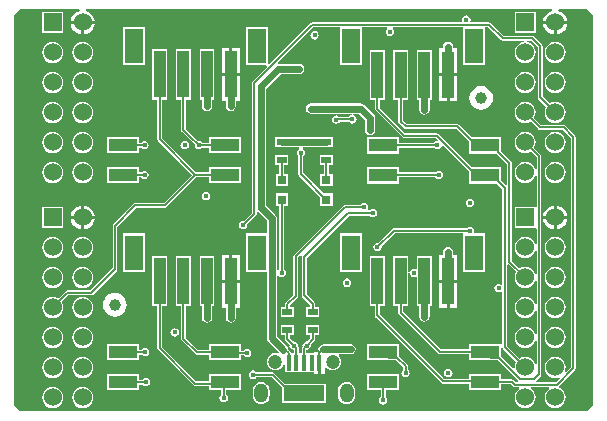
<source format=gtl>
G04*
G04 #@! TF.GenerationSoftware,Altium Limited,Altium Designer,21.4.1 (30)*
G04*
G04 Layer_Physical_Order=1*
G04 Layer_Color=255*
%FSLAX44Y44*%
%MOMM*%
G71*
G04*
G04 #@! TF.SameCoordinates,D9E7D647-E61C-487C-AA5F-480CAE51DE59*
G04*
G04*
G04 #@! TF.FilePolarity,Positive*
G04*
G01*
G75*
%ADD18R,0.9000X0.6000*%
%ADD19R,3.4000X1.3500*%
%ADD20R,0.4000X1.3500*%
%ADD21R,2.4400X1.1300*%
%ADD22R,1.0000X4.0000*%
%ADD23R,1.6000X3.0000*%
%ADD36R,0.8000X0.8000*%
%ADD37C,1.0000*%
%ADD38C,0.1500*%
%ADD39C,0.6000*%
G04:AMPARAMS|DCode=40|XSize=1.2mm|YSize=1.6mm|CornerRadius=0.6mm|HoleSize=0mm|Usage=FLASHONLY|Rotation=180.000|XOffset=0mm|YOffset=0mm|HoleType=Round|Shape=RoundedRectangle|*
%AMROUNDEDRECTD40*
21,1,1.2000,0.4000,0,0,180.0*
21,1,0.0000,1.6000,0,0,180.0*
1,1,1.2000,0.0000,0.2000*
1,1,1.2000,0.0000,0.2000*
1,1,1.2000,0.0000,-0.2000*
1,1,1.2000,0.0000,-0.2000*
%
%ADD40ROUNDEDRECTD40*%
%ADD41C,1.2000*%
%ADD42C,1.5240*%
%ADD43R,1.5240X1.5240*%
%ADD44C,0.4500*%
G36*
X495000Y340000D02*
Y10000D01*
X490000Y5000D01*
Y5000D01*
X10000D01*
X5000Y10000D01*
Y340000D01*
X10000Y345000D01*
X59882D01*
X60148Y343798D01*
X57676Y342775D01*
X55554Y341146D01*
X53925Y339024D01*
X52901Y336552D01*
X52719Y335170D01*
X62800D01*
X72880D01*
X72698Y336552D01*
X71675Y339024D01*
X70046Y341146D01*
X67924Y342775D01*
X65452Y343798D01*
X65718Y345000D01*
X459882D01*
X460148Y343798D01*
X457676Y342775D01*
X455554Y341146D01*
X453925Y339024D01*
X452902Y336552D01*
X452720Y335170D01*
X462800D01*
X472881D01*
X472699Y336552D01*
X471675Y339024D01*
X470046Y341146D01*
X467924Y342775D01*
X465452Y343798D01*
X465718Y345000D01*
X490000D01*
X495000Y340000D01*
D02*
G37*
%LPC*%
G36*
X446270Y342770D02*
X428530D01*
Y325030D01*
X446270D01*
Y342770D01*
D02*
G37*
G36*
X46270D02*
X28530D01*
Y325030D01*
X46270D01*
Y342770D01*
D02*
G37*
G36*
X472881Y332630D02*
X464070D01*
Y323820D01*
X465452Y324002D01*
X467924Y325025D01*
X470046Y326654D01*
X471675Y328776D01*
X472699Y331248D01*
X472881Y332630D01*
D02*
G37*
G36*
X72880D02*
X64070D01*
Y323820D01*
X65452Y324002D01*
X67924Y325025D01*
X70046Y326654D01*
X71675Y328776D01*
X72698Y331248D01*
X72880Y332630D01*
D02*
G37*
G36*
X461530D02*
X452720D01*
X452902Y331248D01*
X453925Y328776D01*
X455554Y326654D01*
X457676Y325025D01*
X460148Y324002D01*
X461530Y323820D01*
Y332630D01*
D02*
G37*
G36*
X61530D02*
X52719D01*
X52901Y331248D01*
X53925Y328776D01*
X55554Y326654D01*
X57676Y325025D01*
X60148Y324002D01*
X61530Y323820D01*
Y332630D01*
D02*
G37*
G36*
X259100Y326569D02*
X257734Y326297D01*
X256577Y325523D01*
X255803Y324366D01*
X255531Y323000D01*
X255803Y321634D01*
X256577Y320477D01*
X257734Y319703D01*
X259100Y319431D01*
X260466Y319703D01*
X261623Y320477D01*
X262397Y321634D01*
X262669Y323000D01*
X262397Y324366D01*
X261623Y325523D01*
X260466Y326297D01*
X259100Y326569D01*
D02*
G37*
G36*
X462800Y317446D02*
X460485Y317142D01*
X458327Y316248D01*
X456474Y314826D01*
X455052Y312973D01*
X454158Y310816D01*
X453854Y308500D01*
X454158Y306185D01*
X455052Y304027D01*
X456474Y302174D01*
X458327Y300752D01*
X460485Y299858D01*
X462800Y299554D01*
X465116Y299858D01*
X467273Y300752D01*
X469126Y302174D01*
X470548Y304027D01*
X471442Y306185D01*
X471747Y308500D01*
X471442Y310816D01*
X470548Y312973D01*
X469126Y314826D01*
X467273Y316248D01*
X465116Y317142D01*
X462800Y317446D01*
D02*
G37*
G36*
X62800D02*
X60484Y317142D01*
X58327Y316248D01*
X56474Y314826D01*
X55052Y312973D01*
X54158Y310816D01*
X53853Y308500D01*
X54158Y306185D01*
X55052Y304027D01*
X56474Y302174D01*
X58327Y300752D01*
X60484Y299858D01*
X62800Y299554D01*
X65115Y299858D01*
X67273Y300752D01*
X69126Y302174D01*
X70548Y304027D01*
X71442Y306185D01*
X71746Y308500D01*
X71442Y310816D01*
X70548Y312973D01*
X69126Y314826D01*
X67273Y316248D01*
X65115Y317142D01*
X62800Y317446D01*
D02*
G37*
G36*
X37400D02*
X35084Y317142D01*
X32927Y316248D01*
X31074Y314826D01*
X29652Y312973D01*
X28758Y310816D01*
X28453Y308500D01*
X28758Y306185D01*
X29652Y304027D01*
X31074Y302174D01*
X32927Y300752D01*
X35084Y299858D01*
X37400Y299554D01*
X39715Y299858D01*
X41873Y300752D01*
X43726Y302174D01*
X45148Y304027D01*
X46042Y306185D01*
X46346Y308500D01*
X46042Y310816D01*
X45148Y312973D01*
X43726Y314826D01*
X41873Y316248D01*
X39715Y317142D01*
X37400Y317446D01*
D02*
G37*
G36*
X387600Y339869D02*
X386235Y339597D01*
X385077Y338824D01*
X384303Y337666D01*
X384032Y336300D01*
X384229Y335309D01*
X383490Y334039D01*
X257000D01*
X256220Y333884D01*
X255558Y333442D01*
X255558Y333442D01*
X220620Y298504D01*
X219350Y299030D01*
Y330375D01*
X200850D01*
Y297875D01*
X218195D01*
X218721Y296605D01*
X206558Y284442D01*
X206116Y283780D01*
X205961Y283000D01*
Y172745D01*
X199171Y165955D01*
X198600Y166069D01*
X197235Y165797D01*
X196077Y165024D01*
X195303Y163866D01*
X195032Y162500D01*
X195303Y161135D01*
X196077Y159977D01*
X197235Y159203D01*
X198600Y158932D01*
X199966Y159203D01*
X201124Y159977D01*
X201897Y161135D01*
X202169Y162500D01*
X202055Y163071D01*
X209442Y170458D01*
X209442Y170458D01*
X209884Y171120D01*
X210039Y171900D01*
X210039Y171900D01*
Y173037D01*
X211309Y173563D01*
X218467Y166405D01*
Y155375D01*
X200850D01*
Y122875D01*
X218467D01*
Y66600D01*
X218797Y64942D01*
X219736Y63536D01*
X228581Y54691D01*
X227861Y53614D01*
X227743Y53664D01*
X225850Y53913D01*
X223958Y53664D01*
X222194Y52933D01*
X220679Y51771D01*
X219517Y50256D01*
X218787Y48493D01*
X218538Y46600D01*
X218787Y44707D01*
X219517Y42944D01*
X220679Y41429D01*
X222194Y40267D01*
X223958Y39537D01*
X225850Y39288D01*
X227743Y39537D01*
X229506Y40267D01*
X231021Y41429D01*
X232183Y42944D01*
X232580Y43902D01*
X233850Y43649D01*
Y37850D01*
X240350Y37850D01*
X241620Y37850D01*
X258560D01*
Y36560D01*
X261830D01*
Y45850D01*
X264370D01*
Y36560D01*
X267640D01*
Y41349D01*
X268910Y41780D01*
X269179Y41429D01*
X270694Y40267D01*
X272457Y39537D01*
X274350Y39288D01*
X276243Y39537D01*
X278006Y40267D01*
X279521Y41429D01*
X280683Y42944D01*
X281413Y44707D01*
X281663Y46600D01*
X281413Y48493D01*
X280683Y50256D01*
X279654Y51597D01*
X279969Y52867D01*
X289600D01*
X291258Y53197D01*
X292664Y54136D01*
X293603Y55542D01*
X293933Y57200D01*
X293603Y58858D01*
X292664Y60264D01*
X291258Y61203D01*
X289600Y61533D01*
X266615D01*
X264957Y61203D01*
X263551Y60264D01*
X262612Y58858D01*
X262282Y57200D01*
X262522Y55991D01*
X261671Y55140D01*
X258560D01*
Y53850D01*
X252139D01*
Y56700D01*
X252300Y56831D01*
X253666Y57103D01*
X254823Y57877D01*
X255597Y59034D01*
X255869Y60400D01*
X255755Y60971D01*
X258942Y64158D01*
X258942Y64158D01*
X259384Y64820D01*
X259539Y65600D01*
Y69650D01*
X263250D01*
Y78150D01*
X251750D01*
Y69650D01*
X255461D01*
Y66445D01*
X252871Y63855D01*
X252300Y63969D01*
X250934Y63697D01*
X249777Y62923D01*
X249003Y61766D01*
X248731Y60400D01*
X248875Y59680D01*
X248658Y59463D01*
X248216Y58802D01*
X248061Y58021D01*
Y53850D01*
X245639D01*
Y58021D01*
X245484Y58802D01*
X245042Y59463D01*
X244825Y59680D01*
X244969Y60400D01*
X244697Y61766D01*
X243923Y62923D01*
X242766Y63697D01*
X241400Y63969D01*
X240829Y63855D01*
X238039Y66645D01*
Y69550D01*
X241750D01*
Y78050D01*
X230250D01*
Y69550D01*
X233961D01*
Y65800D01*
X234116Y65020D01*
X234558Y64358D01*
X237945Y60971D01*
X237831Y60400D01*
X238103Y59034D01*
X238877Y57877D01*
X240034Y57103D01*
X241400Y56831D01*
X241561Y56699D01*
Y53992D01*
X240350Y53850D01*
X239139Y53992D01*
Y54000D01*
X238984Y54780D01*
X238542Y55442D01*
X236771Y57213D01*
X236503Y58558D01*
X235564Y59964D01*
X227133Y68395D01*
Y119750D01*
X228403Y120135D01*
X228777Y119577D01*
X229934Y118803D01*
X231300Y118531D01*
X232666Y118803D01*
X233823Y119577D01*
X234597Y120734D01*
X234869Y122100D01*
X234597Y123466D01*
X233823Y124623D01*
X233339Y124947D01*
Y178700D01*
X236600D01*
Y189200D01*
X226100D01*
Y178700D01*
X229261D01*
Y124947D01*
X228777Y124623D01*
X228403Y124065D01*
X227133Y124450D01*
Y168200D01*
X226803Y169858D01*
X225864Y171264D01*
X218133Y178995D01*
Y278005D01*
X230295Y290167D01*
X246100D01*
X247758Y290497D01*
X249164Y291436D01*
X250103Y292842D01*
X250433Y294500D01*
X250103Y296158D01*
X249164Y297564D01*
X247758Y298503D01*
X246100Y298833D01*
X228513D01*
X228485Y298862D01*
X227891Y300007D01*
X257845Y329961D01*
X280850D01*
Y297750D01*
X299350D01*
Y329961D01*
X319992D01*
X320378Y328691D01*
X320277Y328623D01*
X319503Y327466D01*
X319231Y326100D01*
X319503Y324734D01*
X320277Y323577D01*
X321434Y322803D01*
X322800Y322531D01*
X324166Y322803D01*
X325323Y323577D01*
X326097Y324734D01*
X326369Y326100D01*
X326097Y327466D01*
X325323Y328623D01*
X325222Y328691D01*
X325608Y329961D01*
X384850D01*
Y297750D01*
X403350D01*
Y329961D01*
X406155D01*
X416958Y319158D01*
X417620Y318716D01*
X418400Y318561D01*
X418400Y318561D01*
X436134D01*
X436217Y317291D01*
X435085Y317142D01*
X432927Y316248D01*
X431074Y314826D01*
X429652Y312973D01*
X428758Y310816D01*
X428454Y308500D01*
X428758Y306185D01*
X429652Y304027D01*
X431074Y302174D01*
X432927Y300752D01*
X435085Y299858D01*
X437400Y299554D01*
X439716Y299858D01*
X441873Y300752D01*
X443726Y302174D01*
X445148Y304027D01*
X446042Y306185D01*
X446347Y308500D01*
X446042Y310816D01*
X445148Y312973D01*
X443726Y314826D01*
X441873Y316248D01*
X439716Y317142D01*
X438583Y317291D01*
X438666Y318561D01*
X442555D01*
X448061Y313055D01*
Y270400D01*
X448216Y269620D01*
X448658Y268958D01*
X455222Y262394D01*
X455052Y262173D01*
X454158Y260016D01*
X453854Y257700D01*
X454158Y255385D01*
X455052Y253227D01*
X456474Y251374D01*
X458327Y249952D01*
X460485Y249058D01*
X462800Y248754D01*
X465116Y249058D01*
X467273Y249952D01*
X469126Y251374D01*
X470548Y253227D01*
X471442Y255385D01*
X471747Y257700D01*
X471442Y260016D01*
X470548Y262173D01*
X469126Y264026D01*
X467273Y265448D01*
X465116Y266342D01*
X462800Y266646D01*
X460485Y266342D01*
X458327Y265448D01*
X458106Y265278D01*
X452139Y271245D01*
Y313900D01*
X452139Y313900D01*
X451984Y314680D01*
X451542Y315342D01*
X444842Y322042D01*
X444180Y322484D01*
X443400Y322639D01*
X419245D01*
X408442Y333442D01*
X407780Y333884D01*
X407000Y334039D01*
X391710D01*
X390972Y335309D01*
X391169Y336300D01*
X390897Y337666D01*
X390123Y338824D01*
X388966Y339597D01*
X387600Y339869D01*
D02*
G37*
G36*
X115350Y330375D02*
X96850D01*
Y297875D01*
X115350D01*
Y330375D01*
D02*
G37*
G36*
X195640Y312415D02*
X189370D01*
Y291145D01*
X195640D01*
Y312415D01*
D02*
G37*
G36*
X186830D02*
X180560D01*
Y291145D01*
X186830D01*
Y312415D01*
D02*
G37*
G36*
X372000Y317533D02*
X370342Y317203D01*
X368936Y316264D01*
X367997Y314858D01*
X367667Y313200D01*
Y312290D01*
X364560D01*
Y291020D01*
X372100D01*
X379640D01*
Y312290D01*
X376333D01*
Y313200D01*
X376003Y314858D01*
X375064Y316264D01*
X373658Y317203D01*
X372000Y317533D01*
D02*
G37*
G36*
X462800Y292047D02*
X460485Y291742D01*
X458327Y290848D01*
X456474Y289426D01*
X455052Y287573D01*
X454158Y285415D01*
X453854Y283100D01*
X454158Y280784D01*
X455052Y278627D01*
X456474Y276774D01*
X458327Y275352D01*
X460485Y274458D01*
X462800Y274153D01*
X465116Y274458D01*
X467273Y275352D01*
X469126Y276774D01*
X470548Y278627D01*
X471442Y280784D01*
X471747Y283100D01*
X471442Y285415D01*
X470548Y287573D01*
X469126Y289426D01*
X467273Y290848D01*
X465116Y291742D01*
X462800Y292047D01*
D02*
G37*
G36*
X437400D02*
X435085Y291742D01*
X432927Y290848D01*
X431074Y289426D01*
X429652Y287573D01*
X428758Y285415D01*
X428454Y283100D01*
X428758Y280784D01*
X429652Y278627D01*
X431074Y276774D01*
X432927Y275352D01*
X435085Y274458D01*
X437400Y274153D01*
X439716Y274458D01*
X441873Y275352D01*
X443726Y276774D01*
X445148Y278627D01*
X446042Y280784D01*
X446347Y283100D01*
X446042Y285415D01*
X445148Y287573D01*
X443726Y289426D01*
X441873Y290848D01*
X439716Y291742D01*
X437400Y292047D01*
D02*
G37*
G36*
X62800D02*
X60484Y291742D01*
X58327Y290848D01*
X56474Y289426D01*
X55052Y287573D01*
X54158Y285415D01*
X53853Y283100D01*
X54158Y280784D01*
X55052Y278627D01*
X56474Y276774D01*
X58327Y275352D01*
X60484Y274458D01*
X62800Y274153D01*
X65115Y274458D01*
X67273Y275352D01*
X69126Y276774D01*
X70548Y278627D01*
X71442Y280784D01*
X71746Y283100D01*
X71442Y285415D01*
X70548Y287573D01*
X69126Y289426D01*
X67273Y290848D01*
X65115Y291742D01*
X62800Y292047D01*
D02*
G37*
G36*
X37400D02*
X35084Y291742D01*
X32927Y290848D01*
X31074Y289426D01*
X29652Y287573D01*
X28758Y285415D01*
X28453Y283100D01*
X28758Y280784D01*
X29652Y278627D01*
X31074Y276774D01*
X32927Y275352D01*
X35084Y274458D01*
X37400Y274153D01*
X39715Y274458D01*
X41873Y275352D01*
X43726Y276774D01*
X45148Y278627D01*
X46042Y280784D01*
X46346Y283100D01*
X46042Y285415D01*
X45148Y287573D01*
X43726Y289426D01*
X41873Y290848D01*
X39715Y291742D01*
X37400Y292047D01*
D02*
G37*
G36*
X379640Y288480D02*
X373370D01*
Y267210D01*
X379640D01*
Y288480D01*
D02*
G37*
G36*
X370830D02*
X364560D01*
Y267210D01*
X370830D01*
Y288480D01*
D02*
G37*
G36*
X400000Y280086D02*
X397389Y279743D01*
X394957Y278735D01*
X392868Y277132D01*
X391265Y275043D01*
X390257Y272610D01*
X389914Y270000D01*
X390257Y267390D01*
X391265Y264957D01*
X392868Y262868D01*
X394957Y261265D01*
X397389Y260257D01*
X400000Y259914D01*
X402611Y260257D01*
X405043Y261265D01*
X407132Y262868D01*
X408735Y264957D01*
X409743Y267390D01*
X410086Y270000D01*
X409743Y272610D01*
X408735Y275043D01*
X407132Y277132D01*
X405043Y278735D01*
X402611Y279743D01*
X400000Y280086D01*
D02*
G37*
G36*
X195640Y288605D02*
X188100D01*
X180560D01*
Y267335D01*
X183767D01*
Y263001D01*
X183767Y263000D01*
X184097Y261342D01*
X185036Y259936D01*
X186442Y258997D01*
X188100Y258667D01*
X189758Y258997D01*
X191164Y259936D01*
X191164Y259936D01*
X192104Y261342D01*
X192433Y263000D01*
Y267335D01*
X195640D01*
Y288605D01*
D02*
G37*
G36*
X174350Y311125D02*
X161850D01*
Y268625D01*
X163767D01*
Y263001D01*
X163767Y263000D01*
X164097Y261342D01*
X165036Y259936D01*
X166442Y258997D01*
X168100Y258667D01*
X169758Y258997D01*
X171164Y259936D01*
X171164Y259936D01*
X172104Y261342D01*
X172433Y263000D01*
Y268625D01*
X174350D01*
Y311125D01*
D02*
G37*
G36*
X358350Y311000D02*
X345850D01*
Y268500D01*
X347766D01*
Y260000D01*
X348096Y258342D01*
X349036Y256936D01*
X349036Y256936D01*
X350442Y255997D01*
X352100Y255667D01*
X353758Y255997D01*
X355164Y256936D01*
X356103Y258342D01*
X356433Y260000D01*
X356433Y260001D01*
Y268500D01*
X358350D01*
Y311000D01*
D02*
G37*
G36*
X62800Y266646D02*
X60484Y266342D01*
X58327Y265448D01*
X56474Y264026D01*
X55052Y262173D01*
X54158Y260016D01*
X53853Y257700D01*
X54158Y255385D01*
X55052Y253227D01*
X56474Y251374D01*
X58327Y249952D01*
X60484Y249058D01*
X62800Y248754D01*
X65115Y249058D01*
X67273Y249952D01*
X69126Y251374D01*
X70548Y253227D01*
X71442Y255385D01*
X71746Y257700D01*
X71442Y260016D01*
X70548Y262173D01*
X69126Y264026D01*
X67273Y265448D01*
X65115Y266342D01*
X62800Y266646D01*
D02*
G37*
G36*
X37400D02*
X35084Y266342D01*
X32927Y265448D01*
X31074Y264026D01*
X29652Y262173D01*
X28758Y260016D01*
X28453Y257700D01*
X28758Y255385D01*
X29652Y253227D01*
X31074Y251374D01*
X32927Y249952D01*
X35084Y249058D01*
X37400Y248754D01*
X39715Y249058D01*
X41873Y249952D01*
X43726Y251374D01*
X45148Y253227D01*
X46042Y255385D01*
X46346Y257700D01*
X46042Y260016D01*
X45148Y262173D01*
X43726Y264026D01*
X41873Y265448D01*
X39715Y266342D01*
X37400Y266646D01*
D02*
G37*
G36*
X298000Y265333D02*
X256000D01*
X254342Y265003D01*
X252936Y264064D01*
X251997Y262658D01*
X251667Y261000D01*
X251997Y259342D01*
X252936Y257936D01*
X254342Y256997D01*
X256000Y256667D01*
X290564D01*
X290689Y255397D01*
X290214Y255302D01*
X289684Y255197D01*
X288527Y254423D01*
X288203Y253939D01*
X280213D01*
X280023Y254223D01*
X278866Y254997D01*
X277500Y255269D01*
X276134Y254997D01*
X274977Y254223D01*
X274203Y253066D01*
X273931Y251700D01*
X274203Y250334D01*
X274977Y249177D01*
X276134Y248403D01*
X277500Y248131D01*
X278866Y248403D01*
X280023Y249177D01*
X280480Y249861D01*
X288203D01*
X288527Y249377D01*
X289684Y248603D01*
X291050Y248331D01*
X292416Y248603D01*
X293573Y249377D01*
X294347Y250534D01*
X294619Y251900D01*
X294347Y253266D01*
X293573Y254423D01*
X292416Y255197D01*
X291411Y255397D01*
X291536Y256667D01*
X296205D01*
X301667Y251205D01*
Y243605D01*
X301467Y242600D01*
X301797Y240942D01*
X302736Y239536D01*
X304142Y238597D01*
X305800Y238267D01*
X307458Y238597D01*
X308864Y239536D01*
X309064Y239736D01*
X310003Y241142D01*
X310333Y242800D01*
Y253000D01*
X310003Y254658D01*
X309064Y256064D01*
X301064Y264064D01*
X299658Y265003D01*
X298000Y265333D01*
D02*
G37*
G36*
X149100Y233569D02*
X147734Y233297D01*
X146577Y232523D01*
X145803Y231366D01*
X145531Y230000D01*
X145803Y228634D01*
X146577Y227477D01*
X147734Y226703D01*
X149100Y226431D01*
X150466Y226703D01*
X151623Y227477D01*
X152397Y228634D01*
X152669Y230000D01*
X152397Y231366D01*
X151623Y232523D01*
X150466Y233297D01*
X149100Y233569D01*
D02*
G37*
G36*
X110550Y237300D02*
X83650D01*
Y223500D01*
X110550D01*
Y227961D01*
X112253D01*
X112577Y227477D01*
X113734Y226703D01*
X115100Y226431D01*
X116466Y226703D01*
X117623Y227477D01*
X118397Y228634D01*
X118669Y230000D01*
X118397Y231366D01*
X117623Y232523D01*
X116466Y233297D01*
X115100Y233569D01*
X113734Y233297D01*
X112577Y232523D01*
X112253Y232039D01*
X110550D01*
Y237300D01*
D02*
G37*
G36*
X154350Y311125D02*
X141850D01*
Y268625D01*
X146061D01*
Y243000D01*
X146216Y242219D01*
X146658Y241558D01*
X151658Y236558D01*
X151658Y236558D01*
X151658Y236558D01*
X157645Y230571D01*
X157531Y230000D01*
X157803Y228634D01*
X158577Y227477D01*
X159734Y226703D01*
X161100Y226431D01*
X162466Y226703D01*
X163623Y227477D01*
X163947Y227961D01*
X169650D01*
Y223500D01*
X196550D01*
Y237300D01*
X169650D01*
Y232039D01*
X163947D01*
X163623Y232523D01*
X162466Y233297D01*
X161100Y233569D01*
X160529Y233455D01*
X154542Y239442D01*
X154542Y239442D01*
X150139Y243845D01*
Y268625D01*
X154350D01*
Y311125D01*
D02*
G37*
G36*
X462800Y241246D02*
X460485Y240942D01*
X458327Y240048D01*
X456474Y238626D01*
X455052Y236773D01*
X454158Y234615D01*
X453854Y232300D01*
X454158Y229984D01*
X455052Y227827D01*
X456474Y225974D01*
X458327Y224552D01*
X460485Y223658D01*
X462800Y223354D01*
X465116Y223658D01*
X467273Y224552D01*
X469126Y225974D01*
X470548Y227827D01*
X471442Y229984D01*
X471747Y232300D01*
X471442Y234615D01*
X470548Y236773D01*
X469126Y238626D01*
X467273Y240048D01*
X465116Y240942D01*
X462800Y241246D01*
D02*
G37*
G36*
X62800D02*
X60484Y240942D01*
X58327Y240048D01*
X56474Y238626D01*
X55052Y236773D01*
X54158Y234615D01*
X53853Y232300D01*
X54158Y229984D01*
X55052Y227827D01*
X56474Y225974D01*
X58327Y224552D01*
X60484Y223658D01*
X62800Y223354D01*
X65115Y223658D01*
X67273Y224552D01*
X69126Y225974D01*
X70548Y227827D01*
X71442Y229984D01*
X71746Y232300D01*
X71442Y234615D01*
X70548Y236773D01*
X69126Y238626D01*
X67273Y240048D01*
X65115Y240942D01*
X62800Y241246D01*
D02*
G37*
G36*
X37400D02*
X35084Y240942D01*
X32927Y240048D01*
X31074Y238626D01*
X29652Y236773D01*
X28758Y234615D01*
X28453Y232300D01*
X28758Y229984D01*
X29652Y227827D01*
X31074Y225974D01*
X32927Y224552D01*
X35084Y223658D01*
X37400Y223354D01*
X39715Y223658D01*
X41873Y224552D01*
X43726Y225974D01*
X45148Y227827D01*
X46042Y229984D01*
X46346Y232300D01*
X46042Y234615D01*
X45148Y236773D01*
X43726Y238626D01*
X41873Y240048D01*
X39715Y240942D01*
X37400Y241246D01*
D02*
G37*
G36*
X110550Y211900D02*
X83650D01*
Y198100D01*
X110550D01*
Y202961D01*
X112253D01*
X112577Y202477D01*
X113734Y201703D01*
X115100Y201431D01*
X116466Y201703D01*
X117623Y202477D01*
X118397Y203634D01*
X118669Y205000D01*
X118397Y206366D01*
X117623Y207523D01*
X116466Y208297D01*
X115100Y208569D01*
X113734Y208297D01*
X112577Y207523D01*
X112253Y207039D01*
X110550D01*
Y211900D01*
D02*
G37*
G36*
X330550Y211300D02*
X303650D01*
Y197500D01*
X330550D01*
Y202861D01*
X361353D01*
X361677Y202377D01*
X362834Y201603D01*
X364200Y201331D01*
X365566Y201603D01*
X366723Y202377D01*
X367497Y203534D01*
X367769Y204900D01*
X367497Y206266D01*
X366723Y207423D01*
X365566Y208197D01*
X364200Y208469D01*
X362834Y208197D01*
X361677Y207423D01*
X361353Y206939D01*
X330550D01*
Y211300D01*
D02*
G37*
G36*
X134350Y311125D02*
X121850D01*
Y268625D01*
X126061D01*
Y235000D01*
X126216Y234219D01*
X126658Y233558D01*
X155216Y205000D01*
X131255Y181039D01*
X107100D01*
X106320Y180884D01*
X105658Y180442D01*
X105658Y180442D01*
X88658Y163442D01*
X88216Y162780D01*
X88061Y162000D01*
Y125845D01*
X69255Y107039D01*
X49790D01*
X49790Y107039D01*
X49009Y106884D01*
X48348Y106442D01*
X42094Y100188D01*
X41873Y100358D01*
X39715Y101252D01*
X37400Y101557D01*
X35084Y101252D01*
X32927Y100358D01*
X31074Y98936D01*
X29652Y97083D01*
X28758Y94926D01*
X28453Y92610D01*
X28758Y90295D01*
X29652Y88137D01*
X31074Y86284D01*
X32927Y84862D01*
X35084Y83968D01*
X37400Y83664D01*
X39715Y83968D01*
X41873Y84862D01*
X43726Y86284D01*
X45148Y88137D01*
X46042Y90295D01*
X46346Y92610D01*
X46042Y94926D01*
X45148Y97083D01*
X44978Y97305D01*
X50634Y102961D01*
X70100D01*
X70880Y103116D01*
X71542Y103558D01*
X91542Y123558D01*
X91542Y123558D01*
X91984Y124220D01*
X92139Y125000D01*
X92139Y125000D01*
Y161155D01*
X107945Y176961D01*
X132100D01*
X132880Y177116D01*
X133542Y177558D01*
X158945Y202961D01*
X169650D01*
Y198100D01*
X196550D01*
Y211900D01*
X169650D01*
Y207039D01*
X158945D01*
X130139Y235844D01*
Y268625D01*
X134350D01*
Y311125D01*
D02*
G37*
G36*
X462800Y215847D02*
X460485Y215542D01*
X458327Y214648D01*
X456474Y213226D01*
X455052Y211373D01*
X454158Y209216D01*
X453854Y206900D01*
X454158Y204585D01*
X455052Y202427D01*
X456474Y200574D01*
X458327Y199152D01*
X460485Y198258D01*
X462800Y197953D01*
X465116Y198258D01*
X467273Y199152D01*
X469126Y200574D01*
X470548Y202427D01*
X471442Y204585D01*
X471747Y206900D01*
X471442Y209216D01*
X470548Y211373D01*
X469126Y213226D01*
X467273Y214648D01*
X465116Y215542D01*
X462800Y215847D01*
D02*
G37*
G36*
X62800D02*
X60484Y215542D01*
X58327Y214648D01*
X56474Y213226D01*
X55052Y211373D01*
X54158Y209216D01*
X53853Y206900D01*
X54158Y204585D01*
X55052Y202427D01*
X56474Y200574D01*
X58327Y199152D01*
X60484Y198258D01*
X62800Y197953D01*
X65115Y198258D01*
X67273Y199152D01*
X69126Y200574D01*
X70548Y202427D01*
X71442Y204585D01*
X71746Y206900D01*
X71442Y209216D01*
X70548Y211373D01*
X69126Y213226D01*
X67273Y214648D01*
X65115Y215542D01*
X62800Y215847D01*
D02*
G37*
G36*
X37400D02*
X35084Y215542D01*
X32927Y214648D01*
X31074Y213226D01*
X29652Y211373D01*
X28758Y209216D01*
X28453Y206900D01*
X28758Y204585D01*
X29652Y202427D01*
X31074Y200574D01*
X32927Y199152D01*
X35084Y198258D01*
X37400Y197953D01*
X39715Y198258D01*
X41873Y199152D01*
X43726Y200574D01*
X45148Y202427D01*
X46042Y204585D01*
X46346Y206900D01*
X46042Y209216D01*
X45148Y211373D01*
X43726Y213226D01*
X41873Y214648D01*
X39715Y215542D01*
X37400Y215847D01*
D02*
G37*
G36*
X338350Y311000D02*
X325850D01*
Y268500D01*
X330061D01*
Y250000D01*
X330216Y249220D01*
X330658Y248558D01*
X334758Y244458D01*
X335420Y244016D01*
X336200Y243861D01*
X379155D01*
X389650Y233366D01*
Y222900D01*
X413316D01*
X422061Y214155D01*
Y196719D01*
X420791Y196193D01*
X416550Y200434D01*
Y211300D01*
X392584D01*
X364442Y239442D01*
X363780Y239884D01*
X363000Y240039D01*
X335945D01*
X314139Y261845D01*
Y268500D01*
X318350D01*
Y311000D01*
X305850D01*
Y268500D01*
X310061D01*
Y261000D01*
X310216Y260220D01*
X310658Y259558D01*
X333658Y236558D01*
X334320Y236116D01*
X335100Y235961D01*
X362155D01*
X363310Y234806D01*
X363231Y234342D01*
X362810Y233510D01*
X361735Y233297D01*
X360577Y232523D01*
X360253Y232039D01*
X330550D01*
Y236700D01*
X303650D01*
Y222900D01*
X330550D01*
Y227961D01*
X360253D01*
X360577Y227476D01*
X361735Y226703D01*
X363100Y226431D01*
X364466Y226703D01*
X365624Y227476D01*
X366397Y228634D01*
X366611Y229709D01*
X367443Y230131D01*
X367907Y230209D01*
X389650Y208466D01*
Y197500D01*
X413695D01*
X413759Y197458D01*
X418161Y193055D01*
Y112708D01*
X416891Y112029D01*
X416341Y112397D01*
X414975Y112669D01*
X413609Y112397D01*
X412452Y111623D01*
X411678Y110466D01*
X411406Y109100D01*
X411678Y107734D01*
X412452Y106577D01*
X413609Y105803D01*
X414975Y105531D01*
X416341Y105803D01*
X416891Y106171D01*
X418161Y105492D01*
Y59010D01*
X418316Y58230D01*
X418758Y57568D01*
X429822Y46505D01*
X429652Y46283D01*
X428758Y44126D01*
X428454Y41810D01*
X428527Y41253D01*
X427324Y40660D01*
X416550Y51434D01*
Y62000D01*
X389650D01*
Y57139D01*
X365845D01*
X334139Y88845D01*
Y93500D01*
X338350D01*
Y121430D01*
X339620Y121556D01*
X339683Y121238D01*
X339803Y120634D01*
X340577Y119477D01*
X341734Y118703D01*
X343100Y118431D01*
X344466Y118703D01*
X344580Y118779D01*
X345850Y118101D01*
Y93500D01*
X347766D01*
Y85405D01*
X347666Y84899D01*
Y84800D01*
X347996Y83142D01*
X348935Y81736D01*
X350341Y80796D01*
X351999Y80467D01*
X353658Y80796D01*
X355063Y81736D01*
X356003Y83142D01*
X356017Y83212D01*
X356103Y83342D01*
X356433Y85000D01*
X356433Y85001D01*
Y93500D01*
X358350D01*
Y136000D01*
X345850D01*
Y125899D01*
X344580Y125221D01*
X344466Y125297D01*
X343100Y125569D01*
X341734Y125297D01*
X340577Y124523D01*
X339803Y123366D01*
X339683Y122762D01*
X339620Y122445D01*
X338350Y122570D01*
Y136000D01*
X325850D01*
Y93500D01*
X330061D01*
Y88000D01*
X330216Y87220D01*
X330658Y86558D01*
X363558Y53658D01*
X364220Y53216D01*
X365000Y53061D01*
X389650D01*
Y48200D01*
X407331D01*
X407345Y48191D01*
X408125Y48036D01*
X408125Y48036D01*
X414180D01*
X431658Y30558D01*
X431658Y30558D01*
X431731Y30509D01*
X431346Y29239D01*
X429714D01*
X427812Y31142D01*
X427150Y31584D01*
X426370Y31739D01*
X416550D01*
Y36600D01*
X389650D01*
Y32039D01*
X368945D01*
X314139Y86845D01*
Y93500D01*
X318350D01*
Y136000D01*
X305850D01*
Y93500D01*
X310061D01*
Y86000D01*
X310216Y85220D01*
X310658Y84558D01*
X366658Y28558D01*
X366658Y28558D01*
X367320Y28116D01*
X368100Y27961D01*
X368100Y27961D01*
X389650D01*
Y22800D01*
X416550D01*
Y27661D01*
X425525D01*
X427428Y25758D01*
X428089Y25316D01*
X428870Y25161D01*
X432147D01*
X432579Y23891D01*
X431074Y22736D01*
X429652Y20883D01*
X428758Y18726D01*
X428454Y16410D01*
X428758Y14095D01*
X429652Y11937D01*
X431074Y10084D01*
X432927Y8662D01*
X435085Y7768D01*
X437400Y7464D01*
X439716Y7768D01*
X441873Y8662D01*
X443726Y10084D01*
X445148Y11937D01*
X446042Y14095D01*
X446347Y16410D01*
X446042Y18726D01*
X445148Y20883D01*
X443726Y22736D01*
X442222Y23891D01*
X442653Y25161D01*
X457547D01*
X457979Y23891D01*
X456474Y22736D01*
X455052Y20883D01*
X454158Y18726D01*
X453854Y16410D01*
X454158Y14095D01*
X455052Y11937D01*
X456474Y10084D01*
X458327Y8662D01*
X460485Y7768D01*
X462800Y7464D01*
X465116Y7768D01*
X467273Y8662D01*
X469126Y10084D01*
X470548Y11937D01*
X471442Y14095D01*
X471747Y16410D01*
X471442Y18726D01*
X470548Y20883D01*
X469126Y22736D01*
X467273Y24158D01*
X466261Y24577D01*
X466091Y24963D01*
X466031Y26047D01*
X479542Y39558D01*
X479984Y40220D01*
X480139Y41000D01*
Y237000D01*
X479984Y237780D01*
X479542Y238442D01*
X479542Y238442D01*
X471542Y246442D01*
X470880Y246884D01*
X470100Y247039D01*
X450945D01*
X444978Y253006D01*
X445148Y253227D01*
X446042Y255385D01*
X446347Y257700D01*
X446042Y260016D01*
X445148Y262173D01*
X443726Y264026D01*
X441873Y265448D01*
X439716Y266342D01*
X437400Y266646D01*
X435085Y266342D01*
X432927Y265448D01*
X431074Y264026D01*
X429652Y262173D01*
X428758Y260016D01*
X428454Y257700D01*
X428758Y255385D01*
X429652Y253227D01*
X431074Y251374D01*
X432927Y249952D01*
X435085Y249058D01*
X437400Y248754D01*
X439716Y249058D01*
X441873Y249952D01*
X442094Y250122D01*
X448658Y243558D01*
X448658Y243558D01*
X449320Y243116D01*
X450100Y242961D01*
X450100Y242961D01*
X469255D01*
X476061Y236155D01*
Y41845D01*
X472184Y37968D01*
X471107Y38687D01*
X471442Y39495D01*
X471747Y41810D01*
X471442Y44126D01*
X470548Y46283D01*
X469126Y48136D01*
X467273Y49558D01*
X465116Y50452D01*
X462800Y50757D01*
X460485Y50452D01*
X458327Y49558D01*
X456474Y48136D01*
X455052Y46283D01*
X454158Y44126D01*
X453854Y41810D01*
X454158Y39495D01*
X455052Y37337D01*
X456474Y35484D01*
X458327Y34062D01*
X460485Y33168D01*
X462800Y32864D01*
X465116Y33168D01*
X465923Y33503D01*
X466642Y32426D01*
X463455Y29239D01*
X446854D01*
X446469Y30509D01*
X446542Y30558D01*
X450542Y34558D01*
X450542Y34558D01*
X450984Y35220D01*
X451139Y36000D01*
Y220600D01*
X450984Y221381D01*
X450542Y222042D01*
X444978Y227606D01*
X445148Y227827D01*
X446042Y229984D01*
X446347Y232300D01*
X446042Y234615D01*
X445148Y236773D01*
X443726Y238626D01*
X441873Y240048D01*
X439716Y240942D01*
X437400Y241246D01*
X435085Y240942D01*
X432927Y240048D01*
X431074Y238626D01*
X429652Y236773D01*
X428758Y234615D01*
X428454Y232300D01*
X428758Y229984D01*
X429652Y227827D01*
X431074Y225974D01*
X432927Y224552D01*
X435085Y223658D01*
X437400Y223354D01*
X439716Y223658D01*
X441873Y224552D01*
X442094Y224722D01*
X447061Y219755D01*
Y210074D01*
X445791Y209821D01*
X445148Y211373D01*
X443726Y213226D01*
X441873Y214648D01*
X439716Y215542D01*
X437400Y215847D01*
X435085Y215542D01*
X432927Y214648D01*
X431074Y213226D01*
X429652Y211373D01*
X428758Y209216D01*
X428454Y206900D01*
X428758Y204585D01*
X429652Y202427D01*
X431074Y200574D01*
X432927Y199152D01*
X435085Y198258D01*
X437400Y197953D01*
X439716Y198258D01*
X441873Y199152D01*
X443726Y200574D01*
X445148Y202427D01*
X445791Y203979D01*
X447061Y203726D01*
Y178623D01*
X446270Y177680D01*
X445791Y177680D01*
X428530D01*
Y159940D01*
X445791D01*
X446270Y159940D01*
X447061Y158998D01*
Y146584D01*
X445791Y146332D01*
X445148Y147883D01*
X443726Y149736D01*
X441873Y151158D01*
X439716Y152052D01*
X437400Y152357D01*
X435085Y152052D01*
X432927Y151158D01*
X431074Y149736D01*
X429652Y147883D01*
X428758Y145726D01*
X428454Y143410D01*
X428758Y141095D01*
X429652Y138937D01*
X431074Y137084D01*
X432927Y135662D01*
X435085Y134768D01*
X437400Y134464D01*
X439716Y134768D01*
X441873Y135662D01*
X443726Y137084D01*
X445148Y138937D01*
X445791Y140489D01*
X447061Y140236D01*
Y121184D01*
X445791Y120932D01*
X445148Y122483D01*
X443726Y124336D01*
X441873Y125758D01*
X439716Y126652D01*
X437400Y126957D01*
X435085Y126652D01*
X432927Y125758D01*
X432706Y125588D01*
X426139Y132155D01*
Y215000D01*
X425984Y215780D01*
X425542Y216442D01*
X416591Y225393D01*
X416559Y225555D01*
X416550Y225569D01*
Y236700D01*
X398397D01*
X398200Y236739D01*
X392045D01*
X381442Y247342D01*
X380780Y247784D01*
X380000Y247939D01*
X337045D01*
X334139Y250845D01*
Y268500D01*
X338350D01*
Y311000D01*
D02*
G37*
G36*
X274850Y221750D02*
X263350D01*
Y213250D01*
X267061D01*
Y205750D01*
X263850D01*
Y195250D01*
X274350D01*
Y205750D01*
X271139D01*
Y213250D01*
X274850D01*
Y221750D01*
D02*
G37*
G36*
X236850D02*
X225350D01*
Y213250D01*
X229061D01*
Y205701D01*
X226100D01*
Y195201D01*
X236600D01*
Y205701D01*
X233139D01*
Y213250D01*
X236850D01*
Y221750D01*
D02*
G37*
G36*
X167100Y190569D02*
X165734Y190297D01*
X164577Y189523D01*
X163803Y188366D01*
X163531Y187000D01*
X163803Y185634D01*
X164577Y184477D01*
X165734Y183703D01*
X167100Y183431D01*
X168466Y183703D01*
X169623Y184477D01*
X170397Y185634D01*
X170669Y187000D01*
X170397Y188366D01*
X169623Y189523D01*
X168466Y190297D01*
X167100Y190569D01*
D02*
G37*
G36*
X300814Y181069D02*
X299449Y180797D01*
X298291Y180024D01*
X297967Y179540D01*
X284800D01*
X284800Y179540D01*
X284020Y179384D01*
X283358Y178942D01*
X241758Y137342D01*
X241316Y136680D01*
X241161Y135900D01*
Y103545D01*
X234558Y96942D01*
X234116Y96280D01*
X233961Y95500D01*
Y93050D01*
X230250D01*
Y84550D01*
X241750D01*
Y93050D01*
X238447D01*
X238250Y93089D01*
X238039Y94327D01*
Y94655D01*
X244642Y101258D01*
X244642Y101258D01*
X245084Y101920D01*
X245239Y102700D01*
X245239Y102700D01*
Y135055D01*
X247327Y137143D01*
X248351Y136507D01*
X248405Y136425D01*
X248261Y135700D01*
Y103000D01*
X248416Y102220D01*
X248858Y101558D01*
X255461Y94956D01*
Y93150D01*
X251750D01*
Y84650D01*
X263250D01*
Y93150D01*
X259539D01*
Y95800D01*
X259539Y95800D01*
X259384Y96580D01*
X258942Y97242D01*
X258942Y97242D01*
X252339Y103845D01*
Y134855D01*
X287945Y170461D01*
X305453D01*
X305777Y169977D01*
X306934Y169203D01*
X308300Y168931D01*
X309666Y169203D01*
X310823Y169977D01*
X311597Y171134D01*
X311869Y172500D01*
X311597Y173866D01*
X310823Y175023D01*
X309666Y175797D01*
X308300Y176069D01*
X306934Y175797D01*
X305777Y175023D01*
X305713Y174928D01*
X304732Y174958D01*
X304111Y176135D01*
X304383Y177500D01*
X304111Y178866D01*
X303338Y180024D01*
X302180Y180797D01*
X300814Y181069D01*
D02*
G37*
G36*
X269100Y236833D02*
X231100D01*
X230681Y236750D01*
X225350D01*
Y228250D01*
X230681D01*
X231100Y228167D01*
X245497D01*
X245835Y226897D01*
X244977Y226323D01*
X244203Y225166D01*
X243931Y223800D01*
X244203Y222434D01*
X244977Y221277D01*
X245461Y220953D01*
Y205600D01*
X245616Y204820D01*
X246058Y204158D01*
X263850Y186366D01*
Y178750D01*
X274350D01*
Y189250D01*
X266734D01*
X249539Y206445D01*
Y220953D01*
X250023Y221277D01*
X250797Y222434D01*
X251069Y223800D01*
X250797Y225166D01*
X250023Y226323D01*
X249165Y226897D01*
X249503Y228167D01*
X269100D01*
X269519Y228250D01*
X274850D01*
Y236750D01*
X269519D01*
X269100Y236833D01*
D02*
G37*
G36*
X390500Y184868D02*
X389134Y184597D01*
X387977Y183823D01*
X387203Y182666D01*
X386931Y181300D01*
X387203Y179934D01*
X387977Y178776D01*
X389134Y178003D01*
X390500Y177731D01*
X391866Y178003D01*
X393023Y178776D01*
X393797Y179934D01*
X394069Y181300D01*
X393797Y182666D01*
X393023Y183823D01*
X391866Y184597D01*
X390500Y184868D01*
D02*
G37*
G36*
X464070Y178891D02*
Y170080D01*
X472881D01*
X472699Y171462D01*
X471675Y173934D01*
X470046Y176056D01*
X467924Y177685D01*
X465452Y178709D01*
X464070Y178891D01*
D02*
G37*
G36*
X64070D02*
Y170080D01*
X72880D01*
X72698Y171462D01*
X71675Y173934D01*
X70046Y176056D01*
X67924Y177685D01*
X65452Y178709D01*
X64070Y178891D01*
D02*
G37*
G36*
X461530D02*
X460148Y178709D01*
X457676Y177685D01*
X455554Y176056D01*
X453925Y173934D01*
X452902Y171462D01*
X452720Y170080D01*
X461530D01*
Y178891D01*
D02*
G37*
G36*
X61530D02*
X60148Y178709D01*
X57676Y177685D01*
X55554Y176056D01*
X53925Y173934D01*
X52901Y171462D01*
X52719Y170080D01*
X61530D01*
Y178891D01*
D02*
G37*
G36*
X46270Y177680D02*
X28530D01*
Y159940D01*
X46270D01*
Y177680D01*
D02*
G37*
G36*
X390699Y161168D02*
X389334Y160897D01*
X388176Y160123D01*
X387852Y159639D01*
X326100D01*
X326100Y159639D01*
X325319Y159484D01*
X324658Y159042D01*
X324658Y159042D01*
X312916Y147300D01*
X312350Y147413D01*
X310984Y147141D01*
X309826Y146368D01*
X309053Y145210D01*
X308781Y143844D01*
X309053Y142479D01*
X309826Y141321D01*
X310984Y140547D01*
X312350Y140276D01*
X313715Y140547D01*
X314873Y141321D01*
X315647Y142479D01*
X315918Y143844D01*
X315804Y144420D01*
X326944Y155561D01*
X383709D01*
X384850Y155250D01*
Y122750D01*
X403350D01*
Y155250D01*
X394750D01*
X394053Y156520D01*
X394268Y157600D01*
X393996Y158965D01*
X393223Y160123D01*
X392065Y160897D01*
X390699Y161168D01*
D02*
G37*
G36*
X472881Y167540D02*
X464070D01*
Y158730D01*
X465452Y158912D01*
X467924Y159935D01*
X470046Y161564D01*
X471675Y163686D01*
X472699Y166158D01*
X472881Y167540D01*
D02*
G37*
G36*
X72880D02*
X64070D01*
Y158730D01*
X65452Y158912D01*
X67924Y159935D01*
X70046Y161564D01*
X71675Y163686D01*
X72698Y166158D01*
X72880Y167540D01*
D02*
G37*
G36*
X461530D02*
X452720D01*
X452902Y166158D01*
X453925Y163686D01*
X455554Y161564D01*
X457676Y159935D01*
X460148Y158912D01*
X461530Y158730D01*
Y167540D01*
D02*
G37*
G36*
X61530D02*
X52719D01*
X52901Y166158D01*
X53925Y163686D01*
X55554Y161564D01*
X57676Y159935D01*
X60148Y158912D01*
X61530Y158730D01*
Y167540D01*
D02*
G37*
G36*
X462800Y152357D02*
X460485Y152052D01*
X458327Y151158D01*
X456474Y149736D01*
X455052Y147883D01*
X454158Y145726D01*
X453854Y143410D01*
X454158Y141095D01*
X455052Y138937D01*
X456474Y137084D01*
X458327Y135662D01*
X460485Y134768D01*
X462800Y134464D01*
X465116Y134768D01*
X467273Y135662D01*
X469126Y137084D01*
X470548Y138937D01*
X471442Y141095D01*
X471747Y143410D01*
X471442Y145726D01*
X470548Y147883D01*
X469126Y149736D01*
X467273Y151158D01*
X465116Y152052D01*
X462800Y152357D01*
D02*
G37*
G36*
X62800D02*
X60484Y152052D01*
X58327Y151158D01*
X56474Y149736D01*
X55052Y147883D01*
X54158Y145726D01*
X53853Y143410D01*
X54158Y141095D01*
X55052Y138937D01*
X56474Y137084D01*
X58327Y135662D01*
X60484Y134768D01*
X62800Y134464D01*
X65115Y134768D01*
X67273Y135662D01*
X69126Y137084D01*
X70548Y138937D01*
X71442Y141095D01*
X71746Y143410D01*
X71442Y145726D01*
X70548Y147883D01*
X69126Y149736D01*
X67273Y151158D01*
X65115Y152052D01*
X62800Y152357D01*
D02*
G37*
G36*
X37400D02*
X35084Y152052D01*
X32927Y151158D01*
X31074Y149736D01*
X29652Y147883D01*
X28758Y145726D01*
X28453Y143410D01*
X28758Y141095D01*
X29652Y138937D01*
X31074Y137084D01*
X32927Y135662D01*
X35084Y134768D01*
X37400Y134464D01*
X39715Y134768D01*
X41873Y135662D01*
X43726Y137084D01*
X45148Y138937D01*
X46042Y141095D01*
X46346Y143410D01*
X46042Y145726D01*
X45148Y147883D01*
X43726Y149736D01*
X41873Y151158D01*
X39715Y152052D01*
X37400Y152357D01*
D02*
G37*
G36*
X115350Y155375D02*
X96850D01*
Y122875D01*
X115350D01*
Y155375D01*
D02*
G37*
G36*
X299350Y155250D02*
X280850D01*
Y122750D01*
X299350D01*
Y155250D01*
D02*
G37*
G36*
X195640Y137415D02*
X189370D01*
Y116145D01*
X195640D01*
Y137415D01*
D02*
G37*
G36*
X186830D02*
X180560D01*
Y116145D01*
X186830D01*
Y137415D01*
D02*
G37*
G36*
X372006Y143733D02*
X372000D01*
X370342Y143403D01*
X368936Y142464D01*
X367997Y141058D01*
X367667Y139400D01*
Y137290D01*
X364560D01*
Y116020D01*
X372100D01*
Y114750D01*
D01*
Y116020D01*
X379640D01*
Y137290D01*
X376333D01*
Y138870D01*
X376422Y139317D01*
X376092Y140976D01*
X375153Y142381D01*
X375070Y142464D01*
X373665Y143403D01*
X372006Y143733D01*
D02*
G37*
G36*
X286600Y117169D02*
X285235Y116897D01*
X284077Y116124D01*
X283303Y114966D01*
X283032Y113600D01*
X283303Y112235D01*
X284077Y111077D01*
X285235Y110303D01*
X286600Y110032D01*
X287966Y110303D01*
X289124Y111077D01*
X289897Y112235D01*
X290169Y113600D01*
X289897Y114966D01*
X289124Y116124D01*
X287966Y116897D01*
X286600Y117169D01*
D02*
G37*
G36*
X462800Y126957D02*
X460485Y126652D01*
X458327Y125758D01*
X456474Y124336D01*
X455052Y122483D01*
X454158Y120326D01*
X453854Y118010D01*
X454158Y115695D01*
X455052Y113537D01*
X456474Y111684D01*
X458327Y110262D01*
X460485Y109368D01*
X462800Y109064D01*
X465116Y109368D01*
X467273Y110262D01*
X469126Y111684D01*
X470548Y113537D01*
X471442Y115695D01*
X471747Y118010D01*
X471442Y120326D01*
X470548Y122483D01*
X469126Y124336D01*
X467273Y125758D01*
X465116Y126652D01*
X462800Y126957D01*
D02*
G37*
G36*
X62800D02*
X60484Y126652D01*
X58327Y125758D01*
X56474Y124336D01*
X55052Y122483D01*
X54158Y120326D01*
X53853Y118010D01*
X54158Y115695D01*
X55052Y113537D01*
X56474Y111684D01*
X58327Y110262D01*
X60484Y109368D01*
X62800Y109064D01*
X65115Y109368D01*
X67273Y110262D01*
X69126Y111684D01*
X70548Y113537D01*
X71442Y115695D01*
X71746Y118010D01*
X71442Y120326D01*
X70548Y122483D01*
X69126Y124336D01*
X67273Y125758D01*
X65115Y126652D01*
X62800Y126957D01*
D02*
G37*
G36*
X37400D02*
X35084Y126652D01*
X32927Y125758D01*
X31074Y124336D01*
X29652Y122483D01*
X28758Y120326D01*
X28453Y118010D01*
X28758Y115695D01*
X29652Y113537D01*
X31074Y111684D01*
X32927Y110262D01*
X35084Y109368D01*
X37400Y109064D01*
X39715Y109368D01*
X41873Y110262D01*
X43726Y111684D01*
X45148Y113537D01*
X46042Y115695D01*
X46346Y118010D01*
X46042Y120326D01*
X45148Y122483D01*
X43726Y124336D01*
X41873Y125758D01*
X39715Y126652D01*
X37400Y126957D01*
D02*
G37*
G36*
X379640Y113480D02*
X373370D01*
Y92210D01*
X379640D01*
Y113480D01*
D02*
G37*
G36*
X370830D02*
X364560D01*
Y92210D01*
X370830D01*
Y113480D01*
D02*
G37*
G36*
X90000Y105086D02*
X87389Y104743D01*
X84957Y103735D01*
X82868Y102132D01*
X81265Y100043D01*
X80257Y97611D01*
X79914Y95000D01*
X80257Y92389D01*
X81265Y89957D01*
X82868Y87868D01*
X84957Y86265D01*
X87389Y85257D01*
X90000Y84914D01*
X92611Y85257D01*
X95043Y86265D01*
X97132Y87868D01*
X98735Y89957D01*
X99743Y92389D01*
X100086Y95000D01*
X99743Y97611D01*
X98735Y100043D01*
X97132Y102132D01*
X95043Y103735D01*
X92611Y104743D01*
X90000Y105086D01*
D02*
G37*
G36*
X462800Y101557D02*
X460485Y101252D01*
X458327Y100358D01*
X456474Y98936D01*
X455052Y97083D01*
X454158Y94926D01*
X453854Y92610D01*
X454158Y90295D01*
X455052Y88137D01*
X456474Y86284D01*
X458327Y84862D01*
X460485Y83968D01*
X462800Y83664D01*
X465116Y83968D01*
X467273Y84862D01*
X469126Y86284D01*
X470548Y88137D01*
X471442Y90295D01*
X471747Y92610D01*
X471442Y94926D01*
X470548Y97083D01*
X469126Y98936D01*
X467273Y100358D01*
X465116Y101252D01*
X462800Y101557D01*
D02*
G37*
G36*
X62800D02*
X60484Y101252D01*
X58327Y100358D01*
X56474Y98936D01*
X55052Y97083D01*
X54158Y94926D01*
X53853Y92610D01*
X54158Y90295D01*
X55052Y88137D01*
X56474Y86284D01*
X58327Y84862D01*
X60484Y83968D01*
X62800Y83664D01*
X65115Y83968D01*
X67273Y84862D01*
X69126Y86284D01*
X70548Y88137D01*
X71442Y90295D01*
X71746Y92610D01*
X71442Y94926D01*
X70548Y97083D01*
X69126Y98936D01*
X67273Y100358D01*
X65115Y101252D01*
X62800Y101557D01*
D02*
G37*
G36*
X195640Y113605D02*
X188100D01*
X180560D01*
Y92335D01*
X183767D01*
Y84001D01*
X183767Y84000D01*
X184097Y82342D01*
X185036Y80936D01*
X186442Y79997D01*
X188100Y79667D01*
X189758Y79997D01*
X191164Y80936D01*
X191164Y80936D01*
X192104Y82342D01*
X192433Y84000D01*
Y92335D01*
X195640D01*
Y113605D01*
D02*
G37*
G36*
X174350Y136125D02*
X161850D01*
Y93625D01*
X163767D01*
Y84001D01*
X163767Y84000D01*
X164097Y82342D01*
X165036Y80936D01*
X166442Y79997D01*
X168100Y79667D01*
X169758Y79997D01*
X171164Y80936D01*
X171164Y80936D01*
X172104Y82342D01*
X172433Y84000D01*
Y93625D01*
X174350D01*
Y136125D01*
D02*
G37*
G36*
X140600Y75069D02*
X139235Y74797D01*
X138077Y74024D01*
X137303Y72866D01*
X137032Y71500D01*
X137303Y70135D01*
X138077Y68977D01*
X139235Y68203D01*
X140600Y67932D01*
X141966Y68203D01*
X143124Y68977D01*
X143897Y70135D01*
X144169Y71500D01*
X143897Y72866D01*
X143124Y74024D01*
X141966Y74797D01*
X140600Y75069D01*
D02*
G37*
G36*
X462800Y76157D02*
X460485Y75852D01*
X458327Y74958D01*
X456474Y73536D01*
X455052Y71683D01*
X454158Y69526D01*
X453854Y67210D01*
X454158Y64895D01*
X455052Y62737D01*
X456474Y60884D01*
X458327Y59462D01*
X460485Y58569D01*
X462800Y58264D01*
X465116Y58569D01*
X467273Y59462D01*
X469126Y60884D01*
X470548Y62737D01*
X471442Y64895D01*
X471747Y67210D01*
X471442Y69526D01*
X470548Y71683D01*
X469126Y73536D01*
X467273Y74958D01*
X465116Y75852D01*
X462800Y76157D01*
D02*
G37*
G36*
X62800D02*
X60484Y75852D01*
X58327Y74958D01*
X56474Y73536D01*
X55052Y71683D01*
X54158Y69526D01*
X53853Y67210D01*
X54158Y64895D01*
X55052Y62737D01*
X56474Y60884D01*
X58327Y59462D01*
X60484Y58569D01*
X62800Y58264D01*
X65115Y58569D01*
X67273Y59462D01*
X69126Y60884D01*
X70548Y62737D01*
X71442Y64895D01*
X71746Y67210D01*
X71442Y69526D01*
X70548Y71683D01*
X69126Y73536D01*
X67273Y74958D01*
X65115Y75852D01*
X62800Y76157D01*
D02*
G37*
G36*
X37400D02*
X35084Y75852D01*
X32927Y74958D01*
X31074Y73536D01*
X29652Y71683D01*
X28758Y69526D01*
X28453Y67210D01*
X28758Y64895D01*
X29652Y62737D01*
X31074Y60884D01*
X32927Y59462D01*
X35084Y58569D01*
X37400Y58264D01*
X39715Y58569D01*
X41873Y59462D01*
X43726Y60884D01*
X45148Y62737D01*
X46042Y64895D01*
X46346Y67210D01*
X46042Y69526D01*
X45148Y71683D01*
X43726Y73536D01*
X41873Y74958D01*
X39715Y75852D01*
X37400Y76157D01*
D02*
G37*
G36*
X110550Y61600D02*
X83650D01*
Y47800D01*
X110550D01*
Y52661D01*
X112920D01*
X113177Y52277D01*
X114334Y51503D01*
X115700Y51231D01*
X117066Y51503D01*
X118223Y52277D01*
X118997Y53434D01*
X119269Y54800D01*
X118997Y56166D01*
X118223Y57323D01*
X117066Y58097D01*
X115700Y58369D01*
X114334Y58097D01*
X113177Y57323D01*
X112786Y56739D01*
X110550D01*
Y61600D01*
D02*
G37*
G36*
X154350Y136125D02*
X141850D01*
Y93625D01*
X146061D01*
Y66157D01*
X146216Y65377D01*
X146658Y64715D01*
X158116Y53258D01*
X158777Y52816D01*
X159558Y52661D01*
X159558Y52661D01*
X169650D01*
Y47800D01*
X196550D01*
Y51961D01*
X199253D01*
X199577Y51477D01*
X200734Y50703D01*
X202100Y50431D01*
X203466Y50703D01*
X204623Y51477D01*
X205397Y52634D01*
X205669Y54000D01*
X205397Y55366D01*
X204623Y56523D01*
X203466Y57297D01*
X202100Y57569D01*
X200734Y57297D01*
X199577Y56523D01*
X199253Y56039D01*
X196550D01*
Y61600D01*
X169650D01*
Y56739D01*
X160402D01*
X150139Y67002D01*
Y93625D01*
X154350D01*
Y136125D01*
D02*
G37*
G36*
X330550Y62000D02*
X303650D01*
Y48200D01*
X321803D01*
X322000Y48161D01*
X328055D01*
X334061Y42155D01*
Y39847D01*
X333577Y39523D01*
X332803Y38366D01*
X332531Y37000D01*
X332803Y35634D01*
X333577Y34477D01*
X334734Y33703D01*
X336100Y33431D01*
X337466Y33703D01*
X338623Y34477D01*
X339397Y35634D01*
X339669Y37000D01*
X339397Y38366D01*
X338623Y39523D01*
X338139Y39847D01*
Y43000D01*
X338139Y43000D01*
X337984Y43780D01*
X337542Y44442D01*
X330550Y51434D01*
Y62000D01*
D02*
G37*
G36*
X372300Y40568D02*
X370934Y40297D01*
X369777Y39523D01*
X369003Y38365D01*
X368731Y37000D01*
X369003Y35634D01*
X369777Y34476D01*
X370934Y33703D01*
X372300Y33431D01*
X373666Y33703D01*
X374823Y34476D01*
X375597Y35634D01*
X375869Y37000D01*
X375597Y38365D01*
X374823Y39523D01*
X373666Y40297D01*
X372300Y40568D01*
D02*
G37*
G36*
X62800Y50757D02*
X60484Y50452D01*
X58327Y49558D01*
X56474Y48136D01*
X55052Y46283D01*
X54158Y44126D01*
X53853Y41810D01*
X54158Y39495D01*
X55052Y37337D01*
X56474Y35484D01*
X58327Y34062D01*
X60484Y33168D01*
X62800Y32864D01*
X65115Y33168D01*
X67273Y34062D01*
X69126Y35484D01*
X70548Y37337D01*
X71442Y39495D01*
X71746Y41810D01*
X71442Y44126D01*
X70548Y46283D01*
X69126Y48136D01*
X67273Y49558D01*
X65115Y50452D01*
X62800Y50757D01*
D02*
G37*
G36*
X37400D02*
X35084Y50452D01*
X32927Y49558D01*
X31074Y48136D01*
X29652Y46283D01*
X28758Y44126D01*
X28453Y41810D01*
X28758Y39495D01*
X29652Y37337D01*
X31074Y35484D01*
X32927Y34062D01*
X35084Y33168D01*
X37400Y32864D01*
X39715Y33168D01*
X41873Y34062D01*
X43726Y35484D01*
X45148Y37337D01*
X46042Y39495D01*
X46346Y41810D01*
X46042Y44126D01*
X45148Y46283D01*
X43726Y48136D01*
X41873Y49558D01*
X39715Y50452D01*
X37400Y50757D01*
D02*
G37*
G36*
X110550Y36200D02*
X83650D01*
Y22400D01*
X110550D01*
Y27261D01*
X113353D01*
X113677Y26777D01*
X114834Y26003D01*
X116200Y25731D01*
X117566Y26003D01*
X118723Y26777D01*
X119497Y27934D01*
X119769Y29300D01*
X119497Y30666D01*
X118723Y31823D01*
X117566Y32597D01*
X116200Y32869D01*
X114834Y32597D01*
X113677Y31823D01*
X113353Y31339D01*
X110550D01*
Y36200D01*
D02*
G37*
G36*
X134350Y136125D02*
X121850D01*
Y93625D01*
X126061D01*
Y58000D01*
X126216Y57219D01*
X126658Y56558D01*
X156658Y26558D01*
X156658Y26558D01*
X157320Y26116D01*
X158100Y25961D01*
X169650D01*
Y22400D01*
X180061D01*
Y18847D01*
X179577Y18523D01*
X178803Y17366D01*
X178531Y16000D01*
X178803Y14634D01*
X179577Y13477D01*
X180734Y12703D01*
X182100Y12431D01*
X183466Y12703D01*
X184623Y13477D01*
X185397Y14634D01*
X185669Y16000D01*
X185397Y17366D01*
X184623Y18523D01*
X184139Y18847D01*
Y22400D01*
X196550D01*
Y36200D01*
X169650D01*
Y30039D01*
X158945D01*
X130139Y58844D01*
Y93625D01*
X134350D01*
Y136125D01*
D02*
G37*
G36*
X207033Y39335D02*
X205667Y39064D01*
X204510Y38290D01*
X203736Y37132D01*
X203465Y35767D01*
X203736Y34401D01*
X204510Y33243D01*
X205667Y32470D01*
X207033Y32198D01*
X208399Y32470D01*
X209557Y33243D01*
X209769Y33561D01*
X222655D01*
X231558Y24658D01*
X231558Y24658D01*
X231850Y24463D01*
Y12100D01*
X268350D01*
Y28100D01*
X244296D01*
X244100Y28139D01*
X233845D01*
X224942Y37042D01*
X224280Y37484D01*
X223500Y37639D01*
X209991D01*
X209557Y38290D01*
X208399Y39064D01*
X207033Y39335D01*
D02*
G37*
G36*
X286350Y29413D02*
X284457Y29164D01*
X282694Y28433D01*
X281179Y27271D01*
X280017Y25756D01*
X279286Y23993D01*
X279037Y22100D01*
Y18100D01*
X279286Y16208D01*
X280017Y14444D01*
X281179Y12930D01*
X282694Y11767D01*
X284457Y11037D01*
X286350Y10788D01*
X288242Y11037D01*
X290006Y11767D01*
X291521Y12930D01*
X292683Y14444D01*
X293413Y16208D01*
X293662Y18100D01*
Y22100D01*
X293413Y23993D01*
X292683Y25756D01*
X291521Y27271D01*
X290006Y28433D01*
X288242Y29164D01*
X286350Y29413D01*
D02*
G37*
G36*
X213850D02*
X211957Y29164D01*
X210194Y28433D01*
X208679Y27271D01*
X207517Y25756D01*
X206787Y23993D01*
X206538Y22100D01*
Y18100D01*
X206787Y16208D01*
X207517Y14444D01*
X208679Y12930D01*
X210194Y11767D01*
X211957Y11037D01*
X213850Y10788D01*
X215743Y11037D01*
X217506Y11767D01*
X219021Y12930D01*
X220183Y14444D01*
X220914Y16208D01*
X221163Y18100D01*
Y22100D01*
X220914Y23993D01*
X220183Y25756D01*
X219021Y27271D01*
X217506Y28433D01*
X215743Y29164D01*
X213850Y29413D01*
D02*
G37*
G36*
X330550Y36600D02*
X303650D01*
Y22800D01*
X315061D01*
Y16814D01*
X314477Y16423D01*
X313703Y15266D01*
X313431Y13900D01*
X313703Y12534D01*
X314477Y11377D01*
X315634Y10603D01*
X317000Y10331D01*
X318366Y10603D01*
X319523Y11377D01*
X320297Y12534D01*
X320569Y13900D01*
X320297Y15266D01*
X319523Y16423D01*
X319139Y16680D01*
Y16700D01*
X319139Y16700D01*
Y22800D01*
X330550D01*
Y36600D01*
D02*
G37*
G36*
X62800Y25357D02*
X60484Y25052D01*
X58327Y24158D01*
X56474Y22736D01*
X55052Y20883D01*
X54158Y18726D01*
X53853Y16410D01*
X54158Y14095D01*
X55052Y11937D01*
X56474Y10084D01*
X58327Y8662D01*
X60484Y7768D01*
X62800Y7464D01*
X65115Y7768D01*
X67273Y8662D01*
X69126Y10084D01*
X70548Y11937D01*
X71442Y14095D01*
X71746Y16410D01*
X71442Y18726D01*
X70548Y20883D01*
X69126Y22736D01*
X67273Y24158D01*
X65115Y25052D01*
X62800Y25357D01*
D02*
G37*
G36*
X37400D02*
X35084Y25052D01*
X32927Y24158D01*
X31074Y22736D01*
X29652Y20883D01*
X28758Y18726D01*
X28453Y16410D01*
X28758Y14095D01*
X29652Y11937D01*
X31074Y10084D01*
X32927Y8662D01*
X35084Y7768D01*
X37400Y7464D01*
X39715Y7768D01*
X41873Y8662D01*
X43726Y10084D01*
X45148Y11937D01*
X46042Y14095D01*
X46346Y16410D01*
X46042Y18726D01*
X45148Y20883D01*
X43726Y22736D01*
X41873Y24158D01*
X39715Y25052D01*
X37400Y25357D01*
D02*
G37*
%LPD*%
G36*
X429822Y122705D02*
X429652Y122483D01*
X428758Y120326D01*
X428454Y118010D01*
X428758Y115695D01*
X429652Y113537D01*
X431074Y111684D01*
X432927Y110262D01*
X435085Y109368D01*
X437400Y109064D01*
X439716Y109368D01*
X441873Y110262D01*
X443726Y111684D01*
X445148Y113537D01*
X445791Y115089D01*
X447061Y114836D01*
Y95784D01*
X445791Y95532D01*
X445148Y97083D01*
X443726Y98936D01*
X441873Y100358D01*
X439716Y101252D01*
X437400Y101557D01*
X435085Y101252D01*
X432927Y100358D01*
X431074Y98936D01*
X429652Y97083D01*
X428758Y94926D01*
X428454Y92610D01*
X428758Y90295D01*
X429652Y88137D01*
X431074Y86284D01*
X432927Y84862D01*
X435085Y83968D01*
X437400Y83664D01*
X439716Y83968D01*
X441873Y84862D01*
X443726Y86284D01*
X445148Y88137D01*
X445791Y89689D01*
X447061Y89436D01*
Y70384D01*
X445791Y70132D01*
X445148Y71683D01*
X443726Y73536D01*
X441873Y74958D01*
X439716Y75852D01*
X437400Y76157D01*
X435085Y75852D01*
X432927Y74958D01*
X431074Y73536D01*
X429652Y71683D01*
X428758Y69526D01*
X428454Y67210D01*
X428758Y64895D01*
X429652Y62737D01*
X431074Y60884D01*
X432927Y59462D01*
X435085Y58569D01*
X437400Y58264D01*
X439716Y58569D01*
X441873Y59462D01*
X443726Y60884D01*
X445148Y62737D01*
X445791Y64289D01*
X447061Y64036D01*
Y44984D01*
X445791Y44732D01*
X445148Y46283D01*
X443726Y48136D01*
X441873Y49558D01*
X439716Y50452D01*
X437400Y50757D01*
X435085Y50452D01*
X432927Y49558D01*
X432706Y49388D01*
X422239Y59855D01*
Y128491D01*
X423509Y129017D01*
X429822Y122705D01*
D02*
G37*
D18*
X231100Y217500D02*
D03*
Y232500D02*
D03*
X269100Y217500D02*
D03*
Y232500D02*
D03*
X257500Y73900D02*
D03*
Y88900D02*
D03*
X236000Y73800D02*
D03*
Y88800D02*
D03*
D19*
X250100Y20100D02*
D03*
D20*
X243600Y45850D02*
D03*
X250100D02*
D03*
X237100D02*
D03*
X263100D02*
D03*
X256600D02*
D03*
D21*
X97100Y205000D02*
D03*
Y230400D02*
D03*
X317100Y204400D02*
D03*
Y229800D02*
D03*
X97100Y29300D02*
D03*
Y54700D02*
D03*
X317100Y29700D02*
D03*
Y55100D02*
D03*
X183100Y54700D02*
D03*
Y29300D02*
D03*
X403100Y55100D02*
D03*
Y29700D02*
D03*
Y229800D02*
D03*
Y204400D02*
D03*
X183100Y230400D02*
D03*
Y205000D02*
D03*
D22*
X352100Y289750D02*
D03*
Y114750D02*
D03*
X168100Y289875D02*
D03*
Y114875D02*
D03*
X188100D02*
D03*
X148100D02*
D03*
X128100D02*
D03*
X372100Y114750D02*
D03*
X332100D02*
D03*
X312100D02*
D03*
X372100Y289750D02*
D03*
X332100D02*
D03*
X312100D02*
D03*
X188100Y289875D02*
D03*
X148100D02*
D03*
X128100D02*
D03*
D23*
X106100Y139125D02*
D03*
X210100D02*
D03*
X394100Y139000D02*
D03*
X290100D02*
D03*
X394100Y314000D02*
D03*
X290100D02*
D03*
X106100Y314125D02*
D03*
X210100D02*
D03*
D36*
X231350Y200451D02*
D03*
Y183950D02*
D03*
X269100Y184000D02*
D03*
Y200500D02*
D03*
D37*
X90000Y95000D02*
D03*
X400000Y270000D02*
D03*
D38*
X207200Y35600D02*
X223500D01*
X233000Y26100D01*
X207033Y35767D02*
X207033D01*
X233000Y26100D02*
X244100D01*
X207033Y35767D02*
X207200Y35600D01*
X244100Y26100D02*
X250100Y20100D01*
X231100Y200700D02*
X231350Y200451D01*
X231100Y200700D02*
Y217500D01*
X269100Y200500D02*
X269250Y200650D01*
X269100Y200500D02*
X269100Y200500D01*
X269100Y200500D02*
Y217500D01*
X243500Y49350D02*
X243600Y49450D01*
X242600Y50450D02*
X243600Y49450D01*
X242600Y50450D02*
X243100Y50950D01*
X243600Y45850D02*
Y58021D01*
X241400Y60222D02*
X243600Y58021D01*
X241400Y60222D02*
Y60400D01*
X236000Y65800D02*
X241400Y60400D01*
X236000Y65800D02*
Y73800D01*
X257500Y65600D02*
Y73900D01*
X250100Y45850D02*
Y58021D01*
X252300Y60221D01*
Y60400D01*
X257500Y65600D01*
X97100Y205000D02*
X115100D01*
X97100Y205000D02*
X97100Y205000D01*
X97500Y230000D02*
X115100D01*
X97100Y230400D02*
X97500Y230000D01*
X317600Y204900D02*
X364200D01*
X317100Y204400D02*
X317600Y204900D01*
X317100Y229800D02*
X317300Y230000D01*
X363100D01*
X97100Y29300D02*
X97400Y29000D01*
X97700Y29300D01*
X116200D01*
X97100Y54700D02*
X97400Y55000D01*
X115600Y54700D02*
X115700Y54800D01*
X97100Y54700D02*
X115600D01*
X97400Y55000D02*
X97500Y54900D01*
X317100Y16700D02*
X317100Y16700D01*
Y29700D01*
X317100Y14000D02*
Y16700D01*
X317000Y13900D02*
X317100Y14000D01*
X322000Y50200D02*
X328900D01*
X317100Y55100D02*
X322000Y50200D01*
X328900D02*
X336100Y43000D01*
Y37000D02*
Y43000D01*
X335750Y37350D02*
X336100Y37000D01*
X250300Y103000D02*
X257500Y95800D01*
X250300Y103000D02*
Y135700D01*
X257500Y88900D02*
Y95800D01*
X287100Y172500D02*
X308300D01*
X250300Y135700D02*
X287100Y172500D01*
X243200Y135900D02*
X284800Y177500D01*
X243200Y102700D02*
Y135900D01*
X236000Y95500D02*
X243200Y102700D01*
X236000Y88800D02*
Y95500D01*
X284800Y177500D02*
X300814D01*
X236000Y88800D02*
X238250Y91050D01*
X234200Y56900D02*
X237100Y54000D01*
X232500Y56900D02*
X234200D01*
X247500Y205600D02*
X269100Y184000D01*
X247500Y205600D02*
Y223800D01*
X237100Y45850D02*
Y54000D01*
X257000Y332000D02*
X407000D01*
X208000Y283000D02*
X257000Y332000D01*
X231300Y122100D02*
Y183900D01*
X208000Y171900D02*
Y283000D01*
X443400Y320600D02*
X450100Y313900D01*
Y270400D02*
X462800Y257700D01*
X450100Y270400D02*
Y313900D01*
X407000Y332000D02*
X418400Y320600D01*
X443400D01*
X231300Y183900D02*
X231350Y183950D01*
X198600Y162500D02*
X208000Y171900D01*
X277500Y251700D02*
X277700Y251900D01*
X291050D01*
X312350Y143844D02*
Y143850D01*
X326100Y157600D01*
X380000Y245900D02*
X391200Y234700D01*
X332100Y250000D02*
X336200Y245900D01*
X380000D01*
X478100Y41000D02*
Y237000D01*
X450100Y245000D02*
X470100D01*
X478100Y237000D01*
X437400Y257700D02*
X450100Y245000D01*
X49790Y105000D02*
X70100D01*
X90100Y125000D02*
Y162000D01*
X70100Y105000D02*
X90100Y125000D01*
X37400Y92610D02*
X49790Y105000D01*
X312100Y261000D02*
Y289750D01*
X332100Y250000D02*
Y289750D01*
X312100Y261000D02*
X335100Y238000D01*
X263100Y45850D02*
Y53685D01*
X266615Y57200D01*
X398200Y234700D02*
X403100Y229800D01*
X391200Y234700D02*
X398200D01*
X363000Y238000D02*
X391650Y209350D01*
X335100Y238000D02*
X363000D01*
X396550Y204400D02*
X403100D01*
X391650Y209300D02*
X396550Y204400D01*
X391650Y209300D02*
Y209350D01*
X148100Y66157D02*
X159558Y54700D01*
X148100Y66157D02*
Y114875D01*
X159558Y54700D02*
X183100D01*
X464300Y27200D02*
X478100Y41000D01*
X426370Y29700D02*
X428870Y27200D01*
X464300D01*
X433100Y32000D02*
X445100D01*
X415025Y50075D02*
X433100Y32000D01*
X445100D02*
X449100Y36000D01*
X326100Y157600D02*
X390699D01*
X415100Y199000D02*
X420200Y193900D01*
Y59010D02*
X437400Y41810D01*
X420200Y59010D02*
Y193900D01*
X424100Y131310D02*
X437400Y118010D01*
X424100Y131310D02*
Y215000D01*
X403100Y229800D02*
X409650D01*
X414675Y224775D01*
Y224425D02*
Y224775D01*
Y224425D02*
X424100Y215000D01*
X403100Y29700D02*
X426370D01*
X449100Y36000D02*
Y220600D01*
X408125Y50075D02*
X415025D01*
X403100Y55100D02*
X408125Y50075D01*
X415050Y199000D02*
X415100D01*
X403100Y204400D02*
X409650D01*
X415050Y199000D01*
X437400Y232300D02*
X449100Y220600D01*
X183100Y54700D02*
X183800Y54000D01*
X202100D01*
X181800Y28000D02*
X182100Y27700D01*
Y16000D02*
Y27700D01*
X90100Y162000D02*
X107100Y179000D01*
X132100D02*
X158100Y205000D01*
X107100Y179000D02*
X132100D01*
X332100Y88000D02*
X365000Y55100D01*
X403100D01*
X332100Y88000D02*
Y114750D01*
X402800Y30000D02*
X403100Y29700D01*
X368100Y30000D02*
X402800D01*
X312100Y86000D02*
Y114750D01*
Y86000D02*
X368100Y30000D01*
X153100Y238000D02*
X153100D01*
X161100Y230000D02*
X182700D01*
X153100Y238000D02*
X161100Y230000D01*
X182700D02*
X183100Y230400D01*
X148100Y243000D02*
Y289875D01*
Y243000D02*
X153100Y238000D01*
X128100Y235000D02*
X158100Y205000D01*
X183100D01*
X128100Y235000D02*
Y289875D01*
X158100Y28000D02*
X181800D01*
X128100Y58000D02*
Y114875D01*
Y58000D02*
X158100Y28000D01*
D39*
X372000Y289850D02*
Y313200D01*
Y289850D02*
X372100Y289750D01*
X222800Y66600D02*
Y168200D01*
Y66600D02*
X232500Y56900D01*
X213800Y177200D02*
X222800Y168200D01*
X213800Y279800D02*
X228500Y294500D01*
X213800Y177200D02*
Y279800D01*
X228500Y294500D02*
X246100D01*
X245800Y232500D02*
X269100D01*
X231100D02*
X245800D01*
X305800Y242600D02*
X306000Y242800D01*
Y253000D01*
X256000Y261000D02*
X298000D01*
X306000Y253000D01*
X372000Y114850D02*
Y139400D01*
X372006D02*
X372089Y139317D01*
X372000Y139400D02*
X372006D01*
X372000Y114850D02*
X372100Y114750D01*
X372000Y114650D02*
X372100Y114750D01*
X266615Y57200D02*
X289600D01*
X352100Y85000D02*
Y114750D01*
X351999Y84800D02*
Y84899D01*
X352100Y85000D01*
X352100Y85000D02*
X352100Y85000D01*
X188100Y84000D02*
Y114875D01*
X188100Y84000D02*
X188100Y84000D01*
X168100Y84000D02*
Y114875D01*
X168100Y84000D02*
X168100Y84000D01*
X352100Y260000D02*
X352100Y260000D01*
X352100Y260000D02*
Y289750D01*
X188100Y263000D02*
Y289875D01*
X188100Y263000D02*
X188100Y263000D01*
X168100Y263000D02*
Y289875D01*
X168100Y263000D02*
X168100Y263000D01*
D40*
X286350Y20100D02*
D03*
X213850D02*
D03*
D41*
X225850Y46600D02*
D03*
X274350D02*
D03*
D42*
X437400Y308500D02*
D03*
X37400D02*
D03*
Y257700D02*
D03*
Y232300D02*
D03*
X62800D02*
D03*
Y257700D02*
D03*
Y283100D02*
D03*
X37400D02*
D03*
X62800Y308500D02*
D03*
Y206900D02*
D03*
X37400D02*
D03*
X62800Y333900D02*
D03*
X37400Y67210D02*
D03*
X62800D02*
D03*
Y92610D02*
D03*
Y118010D02*
D03*
X37400D02*
D03*
X62800Y143410D02*
D03*
X37400D02*
D03*
X62800Y41810D02*
D03*
X37400D02*
D03*
Y16410D02*
D03*
X62800D02*
D03*
X37400Y92610D02*
D03*
X62800Y168810D02*
D03*
X462800Y16410D02*
D03*
X437400D02*
D03*
Y143410D02*
D03*
X462800D02*
D03*
Y92610D02*
D03*
Y67210D02*
D03*
X437400D02*
D03*
Y92610D02*
D03*
X462800Y41810D02*
D03*
X437400D02*
D03*
X462800Y118010D02*
D03*
X437400D02*
D03*
X462800Y168810D02*
D03*
X437400Y206900D02*
D03*
X462800D02*
D03*
Y308500D02*
D03*
X437400Y283100D02*
D03*
X462800Y232300D02*
D03*
X437400D02*
D03*
X462800Y257700D02*
D03*
X437400D02*
D03*
X462800Y283100D02*
D03*
Y333900D02*
D03*
D43*
X37400D02*
D03*
Y168810D02*
D03*
X437400D02*
D03*
Y333900D02*
D03*
D44*
X207033Y35767D02*
D03*
X241400Y60400D02*
D03*
X252300D02*
D03*
X115100Y205000D02*
D03*
Y230000D02*
D03*
X364200Y204900D02*
D03*
X363100Y230000D02*
D03*
X116200Y29300D02*
D03*
X115700Y54800D02*
D03*
X317000Y13900D02*
D03*
X336100Y37000D02*
D03*
X308300Y172500D02*
D03*
X300814Y177500D02*
D03*
X372000Y313200D02*
D03*
X247500Y223800D02*
D03*
X286600Y113600D02*
D03*
X165000Y245000D02*
D03*
X290000Y75000D02*
D03*
Y105000D02*
D03*
X205000Y80000D02*
D03*
Y110000D02*
D03*
X246100Y294500D02*
D03*
X231300Y122100D02*
D03*
X245800Y232500D02*
D03*
X387600Y336300D02*
D03*
X291050Y251900D02*
D03*
X256000Y261000D02*
D03*
X229000Y225000D02*
D03*
X90000Y340000D02*
D03*
X120000D02*
D03*
X150000D02*
D03*
X180000D02*
D03*
X210000D02*
D03*
X180000Y70000D02*
D03*
X415000Y15000D02*
D03*
X380000D02*
D03*
X405000Y165000D02*
D03*
Y190000D02*
D03*
X370000Y75000D02*
D03*
X420000Y335000D02*
D03*
X410000Y310000D02*
D03*
X385000Y250000D02*
D03*
X410000D02*
D03*
Y280000D02*
D03*
X385000D02*
D03*
X105000Y105000D02*
D03*
X90000Y80000D02*
D03*
X115000D02*
D03*
Y285000D02*
D03*
Y245000D02*
D03*
X85000D02*
D03*
X100000Y270000D02*
D03*
X85000Y285000D02*
D03*
X120000Y140000D02*
D03*
X150000D02*
D03*
Y170000D02*
D03*
X135000Y155000D02*
D03*
X120000Y170000D02*
D03*
X266000Y340000D02*
D03*
X235000D02*
D03*
X372089Y139317D02*
D03*
X372400Y173900D02*
D03*
X312350Y143844D02*
D03*
X259100Y323000D02*
D03*
X277500Y251700D02*
D03*
X340400Y325800D02*
D03*
X322800Y326100D02*
D03*
X297900Y162700D02*
D03*
X289600Y57200D02*
D03*
X359600Y150400D02*
D03*
X404450Y72425D02*
D03*
X310600Y70100D02*
D03*
X414975Y109100D02*
D03*
X390699Y157600D02*
D03*
X351999Y84800D02*
D03*
X173100Y42500D02*
D03*
X305800Y242600D02*
D03*
X245388Y248600D02*
D03*
X198600Y162500D02*
D03*
X202100Y54000D02*
D03*
X182100Y16000D02*
D03*
X161100Y230000D02*
D03*
X343100Y122000D02*
D03*
X188100Y263000D02*
D03*
X168100D02*
D03*
X352100Y260000D02*
D03*
X168100Y84000D02*
D03*
X188100Y84000D02*
D03*
X337200Y255100D02*
D03*
X149100Y230000D02*
D03*
X167100Y187000D02*
D03*
X167500Y167400D02*
D03*
X372300Y37000D02*
D03*
X390500Y181300D02*
D03*
X140600Y71500D02*
D03*
M02*

</source>
